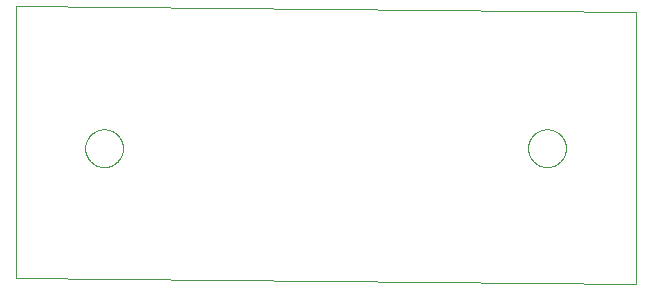
<source format=gtp>
G75*
%MOIN*%
%OFA0B0*%
%FSLAX25Y25*%
%IPPOS*%
%LPD*%
%AMOC8*
5,1,8,0,0,1.08239X$1,22.5*
%
%ADD10C,0.00000*%
D10*
X0002816Y0009005D02*
X0002816Y0099556D01*
X0209509Y0097556D01*
X0209509Y0007005D01*
X0002816Y0009005D01*
X0026044Y0052280D02*
X0026046Y0052438D01*
X0026052Y0052596D01*
X0026062Y0052754D01*
X0026076Y0052912D01*
X0026094Y0053069D01*
X0026115Y0053226D01*
X0026141Y0053382D01*
X0026171Y0053538D01*
X0026204Y0053693D01*
X0026242Y0053846D01*
X0026283Y0053999D01*
X0026328Y0054151D01*
X0026377Y0054302D01*
X0026430Y0054451D01*
X0026486Y0054599D01*
X0026546Y0054745D01*
X0026610Y0054890D01*
X0026678Y0055033D01*
X0026749Y0055175D01*
X0026823Y0055315D01*
X0026901Y0055452D01*
X0026983Y0055588D01*
X0027067Y0055722D01*
X0027156Y0055853D01*
X0027247Y0055982D01*
X0027342Y0056109D01*
X0027439Y0056234D01*
X0027540Y0056356D01*
X0027644Y0056475D01*
X0027751Y0056592D01*
X0027861Y0056706D01*
X0027974Y0056817D01*
X0028089Y0056926D01*
X0028207Y0057031D01*
X0028328Y0057133D01*
X0028451Y0057233D01*
X0028577Y0057329D01*
X0028705Y0057422D01*
X0028835Y0057512D01*
X0028968Y0057598D01*
X0029103Y0057682D01*
X0029239Y0057761D01*
X0029378Y0057838D01*
X0029519Y0057910D01*
X0029661Y0057980D01*
X0029805Y0058045D01*
X0029951Y0058107D01*
X0030098Y0058165D01*
X0030247Y0058220D01*
X0030397Y0058271D01*
X0030548Y0058318D01*
X0030700Y0058361D01*
X0030853Y0058400D01*
X0031008Y0058436D01*
X0031163Y0058467D01*
X0031319Y0058495D01*
X0031475Y0058519D01*
X0031632Y0058539D01*
X0031790Y0058555D01*
X0031947Y0058567D01*
X0032106Y0058575D01*
X0032264Y0058579D01*
X0032422Y0058579D01*
X0032580Y0058575D01*
X0032739Y0058567D01*
X0032896Y0058555D01*
X0033054Y0058539D01*
X0033211Y0058519D01*
X0033367Y0058495D01*
X0033523Y0058467D01*
X0033678Y0058436D01*
X0033833Y0058400D01*
X0033986Y0058361D01*
X0034138Y0058318D01*
X0034289Y0058271D01*
X0034439Y0058220D01*
X0034588Y0058165D01*
X0034735Y0058107D01*
X0034881Y0058045D01*
X0035025Y0057980D01*
X0035167Y0057910D01*
X0035308Y0057838D01*
X0035447Y0057761D01*
X0035583Y0057682D01*
X0035718Y0057598D01*
X0035851Y0057512D01*
X0035981Y0057422D01*
X0036109Y0057329D01*
X0036235Y0057233D01*
X0036358Y0057133D01*
X0036479Y0057031D01*
X0036597Y0056926D01*
X0036712Y0056817D01*
X0036825Y0056706D01*
X0036935Y0056592D01*
X0037042Y0056475D01*
X0037146Y0056356D01*
X0037247Y0056234D01*
X0037344Y0056109D01*
X0037439Y0055982D01*
X0037530Y0055853D01*
X0037619Y0055722D01*
X0037703Y0055588D01*
X0037785Y0055452D01*
X0037863Y0055315D01*
X0037937Y0055175D01*
X0038008Y0055033D01*
X0038076Y0054890D01*
X0038140Y0054745D01*
X0038200Y0054599D01*
X0038256Y0054451D01*
X0038309Y0054302D01*
X0038358Y0054151D01*
X0038403Y0053999D01*
X0038444Y0053846D01*
X0038482Y0053693D01*
X0038515Y0053538D01*
X0038545Y0053382D01*
X0038571Y0053226D01*
X0038592Y0053069D01*
X0038610Y0052912D01*
X0038624Y0052754D01*
X0038634Y0052596D01*
X0038640Y0052438D01*
X0038642Y0052280D01*
X0038640Y0052122D01*
X0038634Y0051964D01*
X0038624Y0051806D01*
X0038610Y0051648D01*
X0038592Y0051491D01*
X0038571Y0051334D01*
X0038545Y0051178D01*
X0038515Y0051022D01*
X0038482Y0050867D01*
X0038444Y0050714D01*
X0038403Y0050561D01*
X0038358Y0050409D01*
X0038309Y0050258D01*
X0038256Y0050109D01*
X0038200Y0049961D01*
X0038140Y0049815D01*
X0038076Y0049670D01*
X0038008Y0049527D01*
X0037937Y0049385D01*
X0037863Y0049245D01*
X0037785Y0049108D01*
X0037703Y0048972D01*
X0037619Y0048838D01*
X0037530Y0048707D01*
X0037439Y0048578D01*
X0037344Y0048451D01*
X0037247Y0048326D01*
X0037146Y0048204D01*
X0037042Y0048085D01*
X0036935Y0047968D01*
X0036825Y0047854D01*
X0036712Y0047743D01*
X0036597Y0047634D01*
X0036479Y0047529D01*
X0036358Y0047427D01*
X0036235Y0047327D01*
X0036109Y0047231D01*
X0035981Y0047138D01*
X0035851Y0047048D01*
X0035718Y0046962D01*
X0035583Y0046878D01*
X0035447Y0046799D01*
X0035308Y0046722D01*
X0035167Y0046650D01*
X0035025Y0046580D01*
X0034881Y0046515D01*
X0034735Y0046453D01*
X0034588Y0046395D01*
X0034439Y0046340D01*
X0034289Y0046289D01*
X0034138Y0046242D01*
X0033986Y0046199D01*
X0033833Y0046160D01*
X0033678Y0046124D01*
X0033523Y0046093D01*
X0033367Y0046065D01*
X0033211Y0046041D01*
X0033054Y0046021D01*
X0032896Y0046005D01*
X0032739Y0045993D01*
X0032580Y0045985D01*
X0032422Y0045981D01*
X0032264Y0045981D01*
X0032106Y0045985D01*
X0031947Y0045993D01*
X0031790Y0046005D01*
X0031632Y0046021D01*
X0031475Y0046041D01*
X0031319Y0046065D01*
X0031163Y0046093D01*
X0031008Y0046124D01*
X0030853Y0046160D01*
X0030700Y0046199D01*
X0030548Y0046242D01*
X0030397Y0046289D01*
X0030247Y0046340D01*
X0030098Y0046395D01*
X0029951Y0046453D01*
X0029805Y0046515D01*
X0029661Y0046580D01*
X0029519Y0046650D01*
X0029378Y0046722D01*
X0029239Y0046799D01*
X0029103Y0046878D01*
X0028968Y0046962D01*
X0028835Y0047048D01*
X0028705Y0047138D01*
X0028577Y0047231D01*
X0028451Y0047327D01*
X0028328Y0047427D01*
X0028207Y0047529D01*
X0028089Y0047634D01*
X0027974Y0047743D01*
X0027861Y0047854D01*
X0027751Y0047968D01*
X0027644Y0048085D01*
X0027540Y0048204D01*
X0027439Y0048326D01*
X0027342Y0048451D01*
X0027247Y0048578D01*
X0027156Y0048707D01*
X0027067Y0048838D01*
X0026983Y0048972D01*
X0026901Y0049108D01*
X0026823Y0049245D01*
X0026749Y0049385D01*
X0026678Y0049527D01*
X0026610Y0049670D01*
X0026546Y0049815D01*
X0026486Y0049961D01*
X0026430Y0050109D01*
X0026377Y0050258D01*
X0026328Y0050409D01*
X0026283Y0050561D01*
X0026242Y0050714D01*
X0026204Y0050867D01*
X0026171Y0051022D01*
X0026141Y0051178D01*
X0026115Y0051334D01*
X0026094Y0051491D01*
X0026076Y0051648D01*
X0026062Y0051806D01*
X0026052Y0051964D01*
X0026046Y0052122D01*
X0026044Y0052280D01*
X0173682Y0052280D02*
X0173684Y0052438D01*
X0173690Y0052596D01*
X0173700Y0052754D01*
X0173714Y0052912D01*
X0173732Y0053069D01*
X0173753Y0053226D01*
X0173779Y0053382D01*
X0173809Y0053538D01*
X0173842Y0053693D01*
X0173880Y0053846D01*
X0173921Y0053999D01*
X0173966Y0054151D01*
X0174015Y0054302D01*
X0174068Y0054451D01*
X0174124Y0054599D01*
X0174184Y0054745D01*
X0174248Y0054890D01*
X0174316Y0055033D01*
X0174387Y0055175D01*
X0174461Y0055315D01*
X0174539Y0055452D01*
X0174621Y0055588D01*
X0174705Y0055722D01*
X0174794Y0055853D01*
X0174885Y0055982D01*
X0174980Y0056109D01*
X0175077Y0056234D01*
X0175178Y0056356D01*
X0175282Y0056475D01*
X0175389Y0056592D01*
X0175499Y0056706D01*
X0175612Y0056817D01*
X0175727Y0056926D01*
X0175845Y0057031D01*
X0175966Y0057133D01*
X0176089Y0057233D01*
X0176215Y0057329D01*
X0176343Y0057422D01*
X0176473Y0057512D01*
X0176606Y0057598D01*
X0176741Y0057682D01*
X0176877Y0057761D01*
X0177016Y0057838D01*
X0177157Y0057910D01*
X0177299Y0057980D01*
X0177443Y0058045D01*
X0177589Y0058107D01*
X0177736Y0058165D01*
X0177885Y0058220D01*
X0178035Y0058271D01*
X0178186Y0058318D01*
X0178338Y0058361D01*
X0178491Y0058400D01*
X0178646Y0058436D01*
X0178801Y0058467D01*
X0178957Y0058495D01*
X0179113Y0058519D01*
X0179270Y0058539D01*
X0179428Y0058555D01*
X0179585Y0058567D01*
X0179744Y0058575D01*
X0179902Y0058579D01*
X0180060Y0058579D01*
X0180218Y0058575D01*
X0180377Y0058567D01*
X0180534Y0058555D01*
X0180692Y0058539D01*
X0180849Y0058519D01*
X0181005Y0058495D01*
X0181161Y0058467D01*
X0181316Y0058436D01*
X0181471Y0058400D01*
X0181624Y0058361D01*
X0181776Y0058318D01*
X0181927Y0058271D01*
X0182077Y0058220D01*
X0182226Y0058165D01*
X0182373Y0058107D01*
X0182519Y0058045D01*
X0182663Y0057980D01*
X0182805Y0057910D01*
X0182946Y0057838D01*
X0183085Y0057761D01*
X0183221Y0057682D01*
X0183356Y0057598D01*
X0183489Y0057512D01*
X0183619Y0057422D01*
X0183747Y0057329D01*
X0183873Y0057233D01*
X0183996Y0057133D01*
X0184117Y0057031D01*
X0184235Y0056926D01*
X0184350Y0056817D01*
X0184463Y0056706D01*
X0184573Y0056592D01*
X0184680Y0056475D01*
X0184784Y0056356D01*
X0184885Y0056234D01*
X0184982Y0056109D01*
X0185077Y0055982D01*
X0185168Y0055853D01*
X0185257Y0055722D01*
X0185341Y0055588D01*
X0185423Y0055452D01*
X0185501Y0055315D01*
X0185575Y0055175D01*
X0185646Y0055033D01*
X0185714Y0054890D01*
X0185778Y0054745D01*
X0185838Y0054599D01*
X0185894Y0054451D01*
X0185947Y0054302D01*
X0185996Y0054151D01*
X0186041Y0053999D01*
X0186082Y0053846D01*
X0186120Y0053693D01*
X0186153Y0053538D01*
X0186183Y0053382D01*
X0186209Y0053226D01*
X0186230Y0053069D01*
X0186248Y0052912D01*
X0186262Y0052754D01*
X0186272Y0052596D01*
X0186278Y0052438D01*
X0186280Y0052280D01*
X0186278Y0052122D01*
X0186272Y0051964D01*
X0186262Y0051806D01*
X0186248Y0051648D01*
X0186230Y0051491D01*
X0186209Y0051334D01*
X0186183Y0051178D01*
X0186153Y0051022D01*
X0186120Y0050867D01*
X0186082Y0050714D01*
X0186041Y0050561D01*
X0185996Y0050409D01*
X0185947Y0050258D01*
X0185894Y0050109D01*
X0185838Y0049961D01*
X0185778Y0049815D01*
X0185714Y0049670D01*
X0185646Y0049527D01*
X0185575Y0049385D01*
X0185501Y0049245D01*
X0185423Y0049108D01*
X0185341Y0048972D01*
X0185257Y0048838D01*
X0185168Y0048707D01*
X0185077Y0048578D01*
X0184982Y0048451D01*
X0184885Y0048326D01*
X0184784Y0048204D01*
X0184680Y0048085D01*
X0184573Y0047968D01*
X0184463Y0047854D01*
X0184350Y0047743D01*
X0184235Y0047634D01*
X0184117Y0047529D01*
X0183996Y0047427D01*
X0183873Y0047327D01*
X0183747Y0047231D01*
X0183619Y0047138D01*
X0183489Y0047048D01*
X0183356Y0046962D01*
X0183221Y0046878D01*
X0183085Y0046799D01*
X0182946Y0046722D01*
X0182805Y0046650D01*
X0182663Y0046580D01*
X0182519Y0046515D01*
X0182373Y0046453D01*
X0182226Y0046395D01*
X0182077Y0046340D01*
X0181927Y0046289D01*
X0181776Y0046242D01*
X0181624Y0046199D01*
X0181471Y0046160D01*
X0181316Y0046124D01*
X0181161Y0046093D01*
X0181005Y0046065D01*
X0180849Y0046041D01*
X0180692Y0046021D01*
X0180534Y0046005D01*
X0180377Y0045993D01*
X0180218Y0045985D01*
X0180060Y0045981D01*
X0179902Y0045981D01*
X0179744Y0045985D01*
X0179585Y0045993D01*
X0179428Y0046005D01*
X0179270Y0046021D01*
X0179113Y0046041D01*
X0178957Y0046065D01*
X0178801Y0046093D01*
X0178646Y0046124D01*
X0178491Y0046160D01*
X0178338Y0046199D01*
X0178186Y0046242D01*
X0178035Y0046289D01*
X0177885Y0046340D01*
X0177736Y0046395D01*
X0177589Y0046453D01*
X0177443Y0046515D01*
X0177299Y0046580D01*
X0177157Y0046650D01*
X0177016Y0046722D01*
X0176877Y0046799D01*
X0176741Y0046878D01*
X0176606Y0046962D01*
X0176473Y0047048D01*
X0176343Y0047138D01*
X0176215Y0047231D01*
X0176089Y0047327D01*
X0175966Y0047427D01*
X0175845Y0047529D01*
X0175727Y0047634D01*
X0175612Y0047743D01*
X0175499Y0047854D01*
X0175389Y0047968D01*
X0175282Y0048085D01*
X0175178Y0048204D01*
X0175077Y0048326D01*
X0174980Y0048451D01*
X0174885Y0048578D01*
X0174794Y0048707D01*
X0174705Y0048838D01*
X0174621Y0048972D01*
X0174539Y0049108D01*
X0174461Y0049245D01*
X0174387Y0049385D01*
X0174316Y0049527D01*
X0174248Y0049670D01*
X0174184Y0049815D01*
X0174124Y0049961D01*
X0174068Y0050109D01*
X0174015Y0050258D01*
X0173966Y0050409D01*
X0173921Y0050561D01*
X0173880Y0050714D01*
X0173842Y0050867D01*
X0173809Y0051022D01*
X0173779Y0051178D01*
X0173753Y0051334D01*
X0173732Y0051491D01*
X0173714Y0051648D01*
X0173700Y0051806D01*
X0173690Y0051964D01*
X0173684Y0052122D01*
X0173682Y0052280D01*
M02*

</source>
